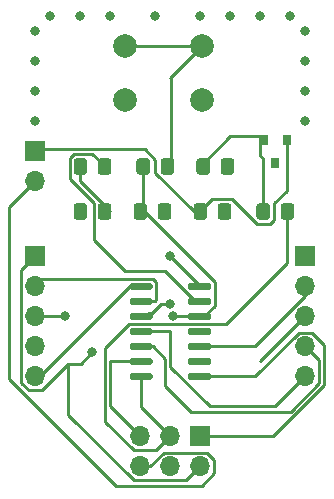
<source format=gbr>
%TF.GenerationSoftware,KiCad,Pcbnew,(5.1.6-0-10_14)*%
%TF.CreationDate,2020-10-01T20:26:03+09:00*%
%TF.ProjectId,hawk,6861776b-2e6b-4696-9361-645f70636258,rev?*%
%TF.SameCoordinates,Original*%
%TF.FileFunction,Copper,L1,Top*%
%TF.FilePolarity,Positive*%
%FSLAX46Y46*%
G04 Gerber Fmt 4.6, Leading zero omitted, Abs format (unit mm)*
G04 Created by KiCad (PCBNEW (5.1.6-0-10_14)) date 2020-10-01 20:26:03*
%MOMM*%
%LPD*%
G01*
G04 APERTURE LIST*
%TA.AperFunction,SMDPad,CuDef*%
%ADD10R,0.800000X0.900000*%
%TD*%
%TA.AperFunction,ComponentPad*%
%ADD11C,2.000000*%
%TD*%
%TA.AperFunction,ComponentPad*%
%ADD12O,1.700000X1.700000*%
%TD*%
%TA.AperFunction,ComponentPad*%
%ADD13R,1.700000X1.700000*%
%TD*%
%TA.AperFunction,ViaPad*%
%ADD14C,0.800000*%
%TD*%
%TA.AperFunction,Conductor*%
%ADD15C,0.250000*%
%TD*%
G04 APERTURE END LIST*
D10*
%TO.P,U2,3*%
%TO.N,GND*%
X124460000Y-98790000D03*
%TO.P,U2,2*%
%TO.N,+3V3*%
X123510000Y-96790000D03*
%TO.P,U2,1*%
%TO.N,+BATT*%
X125410000Y-96790000D03*
%TD*%
%TO.P,U1,14*%
%TO.N,GPIO_3*%
%TA.AperFunction,SMDPad,CuDef*%
G36*
G01*
X117070000Y-109370000D02*
X117070000Y-109070000D01*
G75*
G02*
X117220000Y-108920000I150000J0D01*
G01*
X118870000Y-108920000D01*
G75*
G02*
X119020000Y-109070000I0J-150000D01*
G01*
X119020000Y-109370000D01*
G75*
G02*
X118870000Y-109520000I-150000J0D01*
G01*
X117220000Y-109520000D01*
G75*
G02*
X117070000Y-109370000I0J150000D01*
G01*
G37*
%TD.AperFunction*%
%TO.P,U1,13*%
%TO.N,LED*%
%TA.AperFunction,SMDPad,CuDef*%
G36*
G01*
X117070000Y-110640000D02*
X117070000Y-110340000D01*
G75*
G02*
X117220000Y-110190000I150000J0D01*
G01*
X118870000Y-110190000D01*
G75*
G02*
X119020000Y-110340000I0J-150000D01*
G01*
X119020000Y-110640000D01*
G75*
G02*
X118870000Y-110790000I-150000J0D01*
G01*
X117220000Y-110790000D01*
G75*
G02*
X117070000Y-110640000I0J150000D01*
G01*
G37*
%TD.AperFunction*%
%TO.P,U1,12*%
%TO.N,+3V3*%
%TA.AperFunction,SMDPad,CuDef*%
G36*
G01*
X117070000Y-111910000D02*
X117070000Y-111610000D01*
G75*
G02*
X117220000Y-111460000I150000J0D01*
G01*
X118870000Y-111460000D01*
G75*
G02*
X119020000Y-111610000I0J-150000D01*
G01*
X119020000Y-111910000D01*
G75*
G02*
X118870000Y-112060000I-150000J0D01*
G01*
X117220000Y-112060000D01*
G75*
G02*
X117070000Y-111910000I0J150000D01*
G01*
G37*
%TD.AperFunction*%
%TO.P,U1,11*%
%TO.N,GND*%
%TA.AperFunction,SMDPad,CuDef*%
G36*
G01*
X117070000Y-113180000D02*
X117070000Y-112880000D01*
G75*
G02*
X117220000Y-112730000I150000J0D01*
G01*
X118870000Y-112730000D01*
G75*
G02*
X119020000Y-112880000I0J-150000D01*
G01*
X119020000Y-113180000D01*
G75*
G02*
X118870000Y-113330000I-150000J0D01*
G01*
X117220000Y-113330000D01*
G75*
G02*
X117070000Y-113180000I0J150000D01*
G01*
G37*
%TD.AperFunction*%
%TO.P,U1,10*%
%TO.N,GPIO_8*%
%TA.AperFunction,SMDPad,CuDef*%
G36*
G01*
X117070000Y-114450000D02*
X117070000Y-114150000D01*
G75*
G02*
X117220000Y-114000000I150000J0D01*
G01*
X118870000Y-114000000D01*
G75*
G02*
X119020000Y-114150000I0J-150000D01*
G01*
X119020000Y-114450000D01*
G75*
G02*
X118870000Y-114600000I-150000J0D01*
G01*
X117220000Y-114600000D01*
G75*
G02*
X117070000Y-114450000I0J150000D01*
G01*
G37*
%TD.AperFunction*%
%TO.P,U1,9*%
%TO.N,GPIO_7*%
%TA.AperFunction,SMDPad,CuDef*%
G36*
G01*
X117070000Y-115720000D02*
X117070000Y-115420000D01*
G75*
G02*
X117220000Y-115270000I150000J0D01*
G01*
X118870000Y-115270000D01*
G75*
G02*
X119020000Y-115420000I0J-150000D01*
G01*
X119020000Y-115720000D01*
G75*
G02*
X118870000Y-115870000I-150000J0D01*
G01*
X117220000Y-115870000D01*
G75*
G02*
X117070000Y-115720000I0J150000D01*
G01*
G37*
%TD.AperFunction*%
%TO.P,U1,8*%
%TO.N,SWDIO*%
%TA.AperFunction,SMDPad,CuDef*%
G36*
G01*
X117070000Y-116990000D02*
X117070000Y-116690000D01*
G75*
G02*
X117220000Y-116540000I150000J0D01*
G01*
X118870000Y-116540000D01*
G75*
G02*
X119020000Y-116690000I0J-150000D01*
G01*
X119020000Y-116990000D01*
G75*
G02*
X118870000Y-117140000I-150000J0D01*
G01*
X117220000Y-117140000D01*
G75*
G02*
X117070000Y-116990000I0J150000D01*
G01*
G37*
%TD.AperFunction*%
%TO.P,U1,7*%
%TO.N,SWCLK*%
%TA.AperFunction,SMDPad,CuDef*%
G36*
G01*
X112120000Y-116990000D02*
X112120000Y-116690000D01*
G75*
G02*
X112270000Y-116540000I150000J0D01*
G01*
X113920000Y-116540000D01*
G75*
G02*
X114070000Y-116690000I0J-150000D01*
G01*
X114070000Y-116990000D01*
G75*
G02*
X113920000Y-117140000I-150000J0D01*
G01*
X112270000Y-117140000D01*
G75*
G02*
X112120000Y-116990000I0J150000D01*
G01*
G37*
%TD.AperFunction*%
%TO.P,U1,6*%
%TO.N,reset*%
%TA.AperFunction,SMDPad,CuDef*%
G36*
G01*
X112120000Y-115720000D02*
X112120000Y-115420000D01*
G75*
G02*
X112270000Y-115270000I150000J0D01*
G01*
X113920000Y-115270000D01*
G75*
G02*
X114070000Y-115420000I0J-150000D01*
G01*
X114070000Y-115720000D01*
G75*
G02*
X113920000Y-115870000I-150000J0D01*
G01*
X112270000Y-115870000D01*
G75*
G02*
X112120000Y-115720000I0J150000D01*
G01*
G37*
%TD.AperFunction*%
%TO.P,U1,5*%
%TO.N,GPIO_6*%
%TA.AperFunction,SMDPad,CuDef*%
G36*
G01*
X112120000Y-114450000D02*
X112120000Y-114150000D01*
G75*
G02*
X112270000Y-114000000I150000J0D01*
G01*
X113920000Y-114000000D01*
G75*
G02*
X114070000Y-114150000I0J-150000D01*
G01*
X114070000Y-114450000D01*
G75*
G02*
X113920000Y-114600000I-150000J0D01*
G01*
X112270000Y-114600000D01*
G75*
G02*
X112120000Y-114450000I0J150000D01*
G01*
G37*
%TD.AperFunction*%
%TO.P,U1,4*%
%TO.N,GPIO_5*%
%TA.AperFunction,SMDPad,CuDef*%
G36*
G01*
X112120000Y-113180000D02*
X112120000Y-112880000D01*
G75*
G02*
X112270000Y-112730000I150000J0D01*
G01*
X113920000Y-112730000D01*
G75*
G02*
X114070000Y-112880000I0J-150000D01*
G01*
X114070000Y-113180000D01*
G75*
G02*
X113920000Y-113330000I-150000J0D01*
G01*
X112270000Y-113330000D01*
G75*
G02*
X112120000Y-113180000I0J150000D01*
G01*
G37*
%TD.AperFunction*%
%TO.P,U1,3*%
%TO.N,GPIO_2*%
%TA.AperFunction,SMDPad,CuDef*%
G36*
G01*
X112120000Y-111910000D02*
X112120000Y-111610000D01*
G75*
G02*
X112270000Y-111460000I150000J0D01*
G01*
X113920000Y-111460000D01*
G75*
G02*
X114070000Y-111610000I0J-150000D01*
G01*
X114070000Y-111910000D01*
G75*
G02*
X113920000Y-112060000I-150000J0D01*
G01*
X112270000Y-112060000D01*
G75*
G02*
X112120000Y-111910000I0J150000D01*
G01*
G37*
%TD.AperFunction*%
%TO.P,U1,2*%
%TO.N,GPIO_1*%
%TA.AperFunction,SMDPad,CuDef*%
G36*
G01*
X112120000Y-110640000D02*
X112120000Y-110340000D01*
G75*
G02*
X112270000Y-110190000I150000J0D01*
G01*
X113920000Y-110190000D01*
G75*
G02*
X114070000Y-110340000I0J-150000D01*
G01*
X114070000Y-110640000D01*
G75*
G02*
X113920000Y-110790000I-150000J0D01*
G01*
X112270000Y-110790000D01*
G75*
G02*
X112120000Y-110640000I0J150000D01*
G01*
G37*
%TD.AperFunction*%
%TO.P,U1,1*%
%TO.N,GPIO_4*%
%TA.AperFunction,SMDPad,CuDef*%
G36*
G01*
X112120000Y-109370000D02*
X112120000Y-109070000D01*
G75*
G02*
X112270000Y-108920000I150000J0D01*
G01*
X113920000Y-108920000D01*
G75*
G02*
X114070000Y-109070000I0J-150000D01*
G01*
X114070000Y-109370000D01*
G75*
G02*
X113920000Y-109520000I-150000J0D01*
G01*
X112270000Y-109520000D01*
G75*
G02*
X112120000Y-109370000I0J150000D01*
G01*
G37*
%TD.AperFunction*%
%TD*%
D11*
%TO.P,SW1,1*%
%TO.N,reset*%
X118260000Y-88900000D03*
%TO.P,SW1,2*%
%TO.N,GND*%
X118260000Y-93400000D03*
%TO.P,SW1,1*%
%TO.N,reset*%
X111760000Y-88900000D03*
%TO.P,SW1,2*%
%TO.N,GND*%
X111760000Y-93400000D03*
%TD*%
%TO.P,R3,2*%
%TO.N,SWCLK*%
%TA.AperFunction,SMDPad,CuDef*%
G36*
G01*
X124910000Y-103320001D02*
X124910000Y-102419999D01*
G75*
G02*
X125159999Y-102170000I249999J0D01*
G01*
X125810001Y-102170000D01*
G75*
G02*
X126060000Y-102419999I0J-249999D01*
G01*
X126060000Y-103320001D01*
G75*
G02*
X125810001Y-103570000I-249999J0D01*
G01*
X125159999Y-103570000D01*
G75*
G02*
X124910000Y-103320001I0J249999D01*
G01*
G37*
%TD.AperFunction*%
%TO.P,R3,1*%
%TO.N,+3V3*%
%TA.AperFunction,SMDPad,CuDef*%
G36*
G01*
X122860000Y-103320001D02*
X122860000Y-102419999D01*
G75*
G02*
X123109999Y-102170000I249999J0D01*
G01*
X123760001Y-102170000D01*
G75*
G02*
X124010000Y-102419999I0J-249999D01*
G01*
X124010000Y-103320001D01*
G75*
G02*
X123760001Y-103570000I-249999J0D01*
G01*
X123109999Y-103570000D01*
G75*
G02*
X122860000Y-103320001I0J249999D01*
G01*
G37*
%TD.AperFunction*%
%TD*%
%TO.P,R2,2*%
%TO.N,Net-(D1-Pad1)*%
%TA.AperFunction,SMDPad,CuDef*%
G36*
G01*
X109425000Y-103320001D02*
X109425000Y-102419999D01*
G75*
G02*
X109674999Y-102170000I249999J0D01*
G01*
X110325001Y-102170000D01*
G75*
G02*
X110575000Y-102419999I0J-249999D01*
G01*
X110575000Y-103320001D01*
G75*
G02*
X110325001Y-103570000I-249999J0D01*
G01*
X109674999Y-103570000D01*
G75*
G02*
X109425000Y-103320001I0J249999D01*
G01*
G37*
%TD.AperFunction*%
%TO.P,R2,1*%
%TO.N,GND*%
%TA.AperFunction,SMDPad,CuDef*%
G36*
G01*
X107375000Y-103320001D02*
X107375000Y-102419999D01*
G75*
G02*
X107624999Y-102170000I249999J0D01*
G01*
X108275001Y-102170000D01*
G75*
G02*
X108525000Y-102419999I0J-249999D01*
G01*
X108525000Y-103320001D01*
G75*
G02*
X108275001Y-103570000I-249999J0D01*
G01*
X107624999Y-103570000D01*
G75*
G02*
X107375000Y-103320001I0J249999D01*
G01*
G37*
%TD.AperFunction*%
%TD*%
%TO.P,R1,2*%
%TO.N,reset*%
%TA.AperFunction,SMDPad,CuDef*%
G36*
G01*
X114750000Y-99510001D02*
X114750000Y-98609999D01*
G75*
G02*
X114999999Y-98360000I249999J0D01*
G01*
X115650001Y-98360000D01*
G75*
G02*
X115900000Y-98609999I0J-249999D01*
G01*
X115900000Y-99510001D01*
G75*
G02*
X115650001Y-99760000I-249999J0D01*
G01*
X114999999Y-99760000D01*
G75*
G02*
X114750000Y-99510001I0J249999D01*
G01*
G37*
%TD.AperFunction*%
%TO.P,R1,1*%
%TO.N,+3V3*%
%TA.AperFunction,SMDPad,CuDef*%
G36*
G01*
X112700000Y-99510001D02*
X112700000Y-98609999D01*
G75*
G02*
X112949999Y-98360000I249999J0D01*
G01*
X113600001Y-98360000D01*
G75*
G02*
X113850000Y-98609999I0J-249999D01*
G01*
X113850000Y-99510001D01*
G75*
G02*
X113600001Y-99760000I-249999J0D01*
G01*
X112949999Y-99760000D01*
G75*
G02*
X112700000Y-99510001I0J249999D01*
G01*
G37*
%TD.AperFunction*%
%TD*%
D12*
%TO.P,J3,2*%
%TO.N,GND*%
X104140000Y-100330000D03*
D13*
%TO.P,J3,1*%
%TO.N,+BATT*%
X104140000Y-97790000D03*
%TD*%
D12*
%TO.P,J2,5*%
%TO.N,GPIO_5*%
X127000000Y-116840000D03*
%TO.P,J2,4*%
%TO.N,GPIO_6*%
X127000000Y-114300000D03*
%TO.P,J2,3*%
%TO.N,GPIO_7*%
X127000000Y-111760000D03*
%TO.P,J2,2*%
%TO.N,GPIO_8*%
X127000000Y-109220000D03*
D13*
%TO.P,J2,1*%
%TO.N,GND*%
X127000000Y-106680000D03*
%TD*%
D12*
%TO.P,J1,5*%
%TO.N,GPIO_4*%
X104140000Y-116840000D03*
%TO.P,J1,4*%
%TO.N,GPIO_3*%
X104140000Y-114300000D03*
%TO.P,J1,3*%
%TO.N,GPIO_2*%
X104140000Y-111760000D03*
%TO.P,J1,2*%
%TO.N,GPIO_1*%
X104140000Y-109220000D03*
D13*
%TO.P,J1,1*%
%TO.N,+3V3*%
X104140000Y-106680000D03*
%TD*%
D12*
%TO.P,J0,6*%
%TO.N,GND*%
X113030000Y-124460000D03*
%TO.P,J0,5*%
%TO.N,reset*%
X113030000Y-121920000D03*
%TO.P,J0,4*%
%TO.N,Net-(J0-Pad4)*%
X115570000Y-124460000D03*
%TO.P,J0,3*%
%TO.N,SWCLK*%
X115570000Y-121920000D03*
%TO.P,J0,2*%
%TO.N,+3V3*%
X118110000Y-124460000D03*
D13*
%TO.P,J0,1*%
%TO.N,SWDIO*%
X118110000Y-121920000D03*
%TD*%
%TO.P,D1,2*%
%TO.N,LED*%
%TA.AperFunction,SMDPad,CuDef*%
G36*
G01*
X109425000Y-99510001D02*
X109425000Y-98609999D01*
G75*
G02*
X109674999Y-98360000I249999J0D01*
G01*
X110325001Y-98360000D01*
G75*
G02*
X110575000Y-98609999I0J-249999D01*
G01*
X110575000Y-99510001D01*
G75*
G02*
X110325001Y-99760000I-249999J0D01*
G01*
X109674999Y-99760000D01*
G75*
G02*
X109425000Y-99510001I0J249999D01*
G01*
G37*
%TD.AperFunction*%
%TO.P,D1,1*%
%TO.N,Net-(D1-Pad1)*%
%TA.AperFunction,SMDPad,CuDef*%
G36*
G01*
X107375000Y-99510001D02*
X107375000Y-98609999D01*
G75*
G02*
X107624999Y-98360000I249999J0D01*
G01*
X108275001Y-98360000D01*
G75*
G02*
X108525000Y-98609999I0J-249999D01*
G01*
X108525000Y-99510001D01*
G75*
G02*
X108275001Y-99760000I-249999J0D01*
G01*
X107624999Y-99760000D01*
G75*
G02*
X107375000Y-99510001I0J249999D01*
G01*
G37*
%TD.AperFunction*%
%TD*%
%TO.P,C3,2*%
%TO.N,GND*%
%TA.AperFunction,SMDPad,CuDef*%
G36*
G01*
X114505000Y-103320001D02*
X114505000Y-102419999D01*
G75*
G02*
X114754999Y-102170000I249999J0D01*
G01*
X115405001Y-102170000D01*
G75*
G02*
X115655000Y-102419999I0J-249999D01*
G01*
X115655000Y-103320001D01*
G75*
G02*
X115405001Y-103570000I-249999J0D01*
G01*
X114754999Y-103570000D01*
G75*
G02*
X114505000Y-103320001I0J249999D01*
G01*
G37*
%TD.AperFunction*%
%TO.P,C3,1*%
%TO.N,+3V3*%
%TA.AperFunction,SMDPad,CuDef*%
G36*
G01*
X112455000Y-103320001D02*
X112455000Y-102419999D01*
G75*
G02*
X112704999Y-102170000I249999J0D01*
G01*
X113355001Y-102170000D01*
G75*
G02*
X113605000Y-102419999I0J-249999D01*
G01*
X113605000Y-103320001D01*
G75*
G02*
X113355001Y-103570000I-249999J0D01*
G01*
X112704999Y-103570000D01*
G75*
G02*
X112455000Y-103320001I0J249999D01*
G01*
G37*
%TD.AperFunction*%
%TD*%
%TO.P,C2,2*%
%TO.N,GND*%
%TA.AperFunction,SMDPad,CuDef*%
G36*
G01*
X119585000Y-103320001D02*
X119585000Y-102419999D01*
G75*
G02*
X119834999Y-102170000I249999J0D01*
G01*
X120485001Y-102170000D01*
G75*
G02*
X120735000Y-102419999I0J-249999D01*
G01*
X120735000Y-103320001D01*
G75*
G02*
X120485001Y-103570000I-249999J0D01*
G01*
X119834999Y-103570000D01*
G75*
G02*
X119585000Y-103320001I0J249999D01*
G01*
G37*
%TD.AperFunction*%
%TO.P,C2,1*%
%TO.N,+BATT*%
%TA.AperFunction,SMDPad,CuDef*%
G36*
G01*
X117535000Y-103320001D02*
X117535000Y-102419999D01*
G75*
G02*
X117784999Y-102170000I249999J0D01*
G01*
X118435001Y-102170000D01*
G75*
G02*
X118685000Y-102419999I0J-249999D01*
G01*
X118685000Y-103320001D01*
G75*
G02*
X118435001Y-103570000I-249999J0D01*
G01*
X117784999Y-103570000D01*
G75*
G02*
X117535000Y-103320001I0J249999D01*
G01*
G37*
%TD.AperFunction*%
%TD*%
%TO.P,C1,2*%
%TO.N,GND*%
%TA.AperFunction,SMDPad,CuDef*%
G36*
G01*
X119830000Y-99510001D02*
X119830000Y-98609999D01*
G75*
G02*
X120079999Y-98360000I249999J0D01*
G01*
X120730001Y-98360000D01*
G75*
G02*
X120980000Y-98609999I0J-249999D01*
G01*
X120980000Y-99510001D01*
G75*
G02*
X120730001Y-99760000I-249999J0D01*
G01*
X120079999Y-99760000D01*
G75*
G02*
X119830000Y-99510001I0J249999D01*
G01*
G37*
%TD.AperFunction*%
%TO.P,C1,1*%
%TO.N,+3V3*%
%TA.AperFunction,SMDPad,CuDef*%
G36*
G01*
X117780000Y-99510001D02*
X117780000Y-98609999D01*
G75*
G02*
X118029999Y-98360000I249999J0D01*
G01*
X118680001Y-98360000D01*
G75*
G02*
X118930000Y-98609999I0J-249999D01*
G01*
X118930000Y-99510001D01*
G75*
G02*
X118680001Y-99760000I-249999J0D01*
G01*
X118029999Y-99760000D01*
G75*
G02*
X117780000Y-99510001I0J249999D01*
G01*
G37*
%TD.AperFunction*%
%TD*%
D14*
%TO.N,GND*%
X104140000Y-87630000D03*
X104140000Y-90170000D03*
X104140000Y-92710000D03*
X104140000Y-95250000D03*
X127000000Y-87630000D03*
X127000000Y-90170000D03*
X127000000Y-92710000D03*
X127000000Y-95250000D03*
X107950000Y-86360000D03*
X110490000Y-86360000D03*
X114300000Y-86360000D03*
X118110000Y-86360000D03*
X120650000Y-86360000D03*
X123190000Y-86360000D03*
X125730000Y-86360000D03*
X105410000Y-86360000D03*
%TO.N,+3V3*%
X115824000Y-111760000D03*
X108966000Y-114808000D03*
%TO.N,GPIO_3*%
X115570000Y-106680000D03*
%TO.N,GPIO_2*%
X106680000Y-111760000D03*
X115570000Y-110744000D03*
%TD*%
D15*
%TO.N,GND*%
X101950010Y-117025422D02*
X101950010Y-102519990D01*
X118223991Y-126085011D02*
X111009599Y-126085011D01*
X111009599Y-126085011D02*
X101950010Y-117025422D01*
X119285001Y-125024001D02*
X118223991Y-126085011D01*
X119285001Y-123895999D02*
X119285001Y-125024001D01*
X118674001Y-123284999D02*
X119285001Y-123895999D01*
X113030000Y-124460000D02*
X113830998Y-124460000D01*
X115005999Y-123284999D02*
X118674001Y-123284999D01*
X113830998Y-124460000D02*
X115005999Y-123284999D01*
X101950010Y-102519990D02*
X104140000Y-100330000D01*
%TO.N,+3V3*%
X113275000Y-99060000D02*
X113275000Y-102625000D01*
X118355000Y-99060000D02*
X118355000Y-98815000D01*
X118355000Y-98815000D02*
X120650000Y-96520000D01*
X120650000Y-96520000D02*
X123190000Y-96520000D01*
X123435000Y-98379998D02*
X123190000Y-98134998D01*
X123435000Y-102870000D02*
X123435000Y-98379998D01*
X123190000Y-98134998D02*
X123190000Y-96520000D01*
X102964999Y-107855001D02*
X102964999Y-117404001D01*
X103575999Y-118015001D02*
X104704001Y-118015001D01*
X102964999Y-117404001D02*
X103575999Y-118015001D01*
X104140000Y-106680000D02*
X102964999Y-107855001D01*
X119345010Y-110836758D02*
X118421768Y-111760000D01*
X119345010Y-108873242D02*
X119345010Y-110836758D01*
X113341768Y-102870000D02*
X119345010Y-108873242D01*
X113030000Y-102870000D02*
X113341768Y-102870000D01*
X118421768Y-111760000D02*
X118110000Y-111760000D01*
X116934999Y-125635001D02*
X112465999Y-125635001D01*
X106914501Y-120083503D02*
X106914501Y-115804501D01*
X112465999Y-125635001D02*
X106914501Y-120083503D01*
X118110000Y-124460000D02*
X116934999Y-125635001D01*
X104704001Y-118015001D02*
X106914501Y-115804501D01*
X106914501Y-115804501D02*
X107969499Y-115804501D01*
X107969499Y-115804501D02*
X108966000Y-114808000D01*
X108966000Y-114808000D02*
X108966000Y-114808000D01*
X118045000Y-111760000D02*
X117602000Y-111760000D01*
X118045000Y-111760000D02*
X116586000Y-111760000D01*
X115824000Y-111760000D02*
X116586000Y-111760000D01*
%TO.N,+BATT*%
X120821800Y-101844990D02*
X119135010Y-101844990D01*
X122871820Y-103895010D02*
X120821800Y-101844990D01*
X124335010Y-102181820D02*
X124335010Y-103558180D01*
X124335010Y-103558180D02*
X123998180Y-103895010D01*
X125410000Y-96790000D02*
X125410000Y-101106830D01*
X125410000Y-101106830D02*
X124335010Y-102181820D01*
X123998180Y-103895010D02*
X122871820Y-103895010D01*
X119135010Y-101844990D02*
X118110000Y-102870000D01*
X114300000Y-99623190D02*
X117546810Y-102870000D01*
X113388170Y-97584980D02*
X114300000Y-98496810D01*
X114300000Y-98496810D02*
X114300000Y-99623190D01*
X104345020Y-97584980D02*
X113388170Y-97584980D01*
X104140000Y-97790000D02*
X104345020Y-97584980D01*
X117546810Y-102870000D02*
X118110000Y-102870000D01*
%TO.N,LED*%
X109099990Y-102181820D02*
X109099990Y-105289990D01*
X110000000Y-99060000D02*
X108974990Y-98034990D01*
X107049990Y-100131820D02*
X109099990Y-102181820D01*
X107049990Y-98371820D02*
X107049990Y-100131820D01*
X107386820Y-98034990D02*
X107049990Y-98371820D01*
X109099990Y-105289990D02*
X111760000Y-107950000D01*
X108974990Y-98034990D02*
X107386820Y-98034990D01*
X115128232Y-107950000D02*
X117668232Y-110490000D01*
X111760000Y-107950000D02*
X115128232Y-107950000D01*
%TO.N,Net-(D1-Pad1)*%
X110000000Y-102870000D02*
X110000000Y-102380000D01*
X107950000Y-99060000D02*
X107950000Y-100330000D01*
X107950000Y-100330000D02*
X110490000Y-102870000D01*
%TO.N,reset*%
X113095000Y-115570000D02*
X110490000Y-115570000D01*
X110490000Y-115570000D02*
X110490000Y-119380000D01*
X110490000Y-119380000D02*
X113030000Y-121920000D01*
X111760000Y-88900000D02*
X118110000Y-88900000D01*
X118260000Y-88900000D02*
X115645000Y-91515000D01*
X115645000Y-91515000D02*
X115645000Y-98985000D01*
X115645000Y-91515000D02*
X115570000Y-91590000D01*
%TO.N,SWCLK*%
X113095000Y-116840000D02*
X113095000Y-119445000D01*
X113095000Y-119445000D02*
X115570000Y-121920000D01*
X112465999Y-123095001D02*
X114394999Y-123095001D01*
X110039991Y-120668993D02*
X112465999Y-123095001D01*
X110039991Y-114438241D02*
X110039991Y-120668993D01*
X112073242Y-112404990D02*
X110039991Y-114438241D01*
X120316778Y-112404990D02*
X112073242Y-112404990D01*
X125485000Y-107236768D02*
X120316778Y-112404990D01*
X125485000Y-102870000D02*
X125485000Y-107236768D01*
X114394999Y-123095001D02*
X115570000Y-121920000D01*
%TO.N,SWDIO*%
X126435999Y-113124999D02*
X122720998Y-116840000D01*
X118110000Y-121920000D02*
X124295412Y-121920000D01*
X127564001Y-113124999D02*
X126435999Y-113124999D01*
X128625011Y-114186009D02*
X127564001Y-113124999D01*
X128625011Y-117590401D02*
X128625011Y-114186009D01*
X124295412Y-121920000D02*
X128625011Y-117590401D01*
X122720998Y-116840000D02*
X118110000Y-116840000D01*
%TO.N,GPIO_4*%
X112120000Y-109220000D02*
X104500000Y-116840000D01*
X113095000Y-109220000D02*
X112120000Y-109220000D01*
X104500000Y-116840000D02*
X104140000Y-116840000D01*
%TO.N,GPIO_3*%
X118045000Y-109220000D02*
X118110000Y-109220000D01*
X118110000Y-109220000D02*
X115570000Y-106680000D01*
%TO.N,GPIO_2*%
X104140000Y-111760000D02*
X106680000Y-111760000D01*
X106680000Y-111760000D02*
X106680000Y-111760000D01*
X115570000Y-110744000D02*
X114808000Y-110744000D01*
X114808000Y-110744000D02*
X114046000Y-111506000D01*
X114046000Y-111506000D02*
X113792000Y-111506000D01*
X113792000Y-111506000D02*
X113538000Y-111760000D01*
%TO.N,GPIO_1*%
X113095000Y-110490000D02*
X114300000Y-110490000D01*
X114116758Y-108594990D02*
X104765010Y-108594990D01*
X114395010Y-108873242D02*
X114116758Y-108594990D01*
X114395010Y-110394990D02*
X114395010Y-108873242D01*
X114300000Y-110490000D02*
X114395010Y-110394990D01*
X104765010Y-108594990D02*
X104140000Y-109220000D01*
%TO.N,GPIO_5*%
X127000000Y-116840000D02*
X124460000Y-119380000D01*
X118938232Y-119380000D02*
X115570000Y-116011768D01*
X124460000Y-119380000D02*
X118938232Y-119380000D01*
X115570000Y-116011768D02*
X115570000Y-113030000D01*
X115570000Y-113030000D02*
X113030000Y-113030000D01*
%TO.N,GPIO_6*%
X115119990Y-115349990D02*
X115119990Y-117659990D01*
X114070000Y-114300000D02*
X115119990Y-115349990D01*
X113095000Y-114300000D02*
X114070000Y-114300000D01*
X115119990Y-117659990D02*
X115570000Y-118110000D01*
X128175001Y-117404001D02*
X125748993Y-119830009D01*
X128175001Y-115475001D02*
X128175001Y-117404001D01*
X125748993Y-119830009D02*
X117290009Y-119830009D01*
X127000000Y-114300000D02*
X128175001Y-115475001D01*
X117290009Y-119830009D02*
X115570000Y-118110000D01*
%TO.N,GPIO_7*%
X127000000Y-111760000D02*
X123190000Y-115570000D01*
%TO.N,GPIO_8*%
X122720998Y-114300000D02*
X127000000Y-110020998D01*
X118045000Y-114300000D02*
X122720998Y-114300000D01*
%TD*%
M02*

</source>
